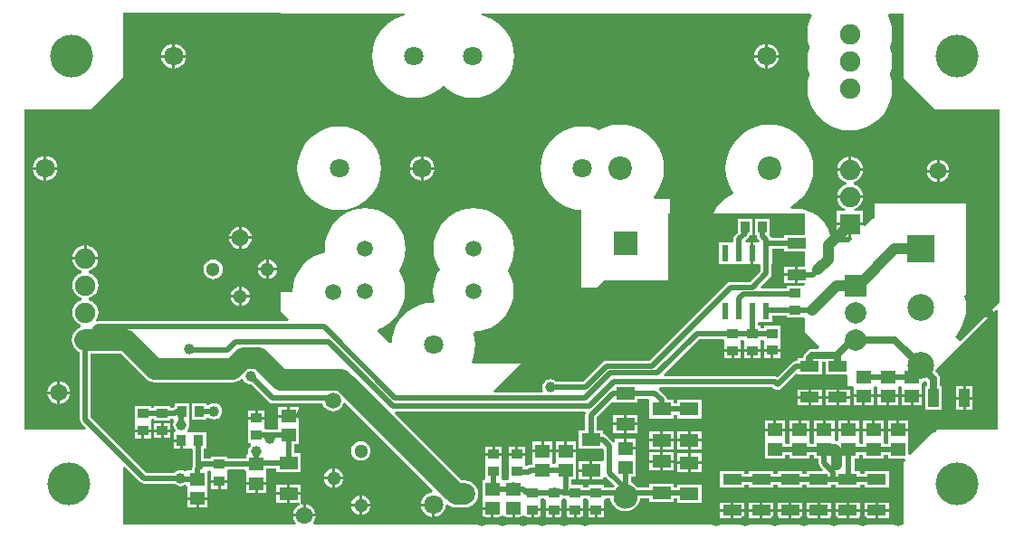
<source format=gbl>
G04*
G04 #@! TF.GenerationSoftware,Altium Limited,Altium Designer,18.0.12 (696)*
G04*
G04 Layer_Physical_Order=4*
G04 Layer_Color=16711680*
%FSLAX44Y44*%
%MOMM*%
G71*
G01*
G75*
%ADD31R,0.8500X1.0000*%
%ADD32R,1.0000X0.8500*%
%ADD33R,0.9500X1.0000*%
%ADD34R,1.0000X1.7500*%
%ADD36R,1.0000X0.9500*%
%ADD38C,0.5000*%
%ADD39C,2.0000*%
%ADD40C,1.0000*%
%ADD42C,0.7000*%
%ADD43C,1.8000*%
%ADD44C,1.3000*%
%ADD45C,1.5000*%
%ADD46C,1.6000*%
%ADD47C,1.9000*%
%ADD48C,2.0000*%
%ADD49R,2.0000X2.0000*%
%ADD50R,2.5000X2.5000*%
%ADD51C,2.5000*%
%ADD52R,1.9000X1.9000*%
%ADD53R,2.3000X2.3000*%
%ADD54C,2.3000*%
%ADD55C,2.2000*%
%ADD56C,4.0000*%
%ADD57C,1.0000*%
%ADD58R,1.7500X1.0000*%
%ADD59R,0.6000X1.5500*%
%ADD60R,1.4000X1.2000*%
%ADD61R,1.8000X1.2000*%
G36*
X1818710Y676960D02*
X1838076D01*
Y663040D01*
X1831270D01*
Y655500D01*
Y647960D01*
X1838076D01*
Y645765D01*
X1836497Y644747D01*
X1821418D01*
Y642139D01*
X1797019D01*
X1796254Y643987D01*
X1805184Y652916D01*
X1806298Y654584D01*
X1806689Y656550D01*
Y665253D01*
X1807090D01*
Y679361D01*
X1818710D01*
Y676960D01*
D02*
G37*
G36*
X1821418Y615168D02*
X1836497D01*
X1838076Y614150D01*
Y601130D01*
X1851200Y588006D01*
X1850435Y586158D01*
X1845000D01*
X1842643Y585690D01*
X1840645Y584355D01*
X1838145Y581855D01*
X1836810Y579857D01*
X1836342Y577500D01*
X1834394Y577040D01*
X1831295D01*
Y574639D01*
X1829500D01*
X1827534Y574248D01*
X1825866Y573134D01*
X1812274Y559542D01*
X1811967Y559748D01*
X1810000Y560139D01*
X1706711D01*
X1705946Y561987D01*
X1739321Y595361D01*
X1761296D01*
X1762710Y593947D01*
X1762710Y591540D01*
X1762710Y590960D01*
Y585520D01*
X1770250D01*
X1777790D01*
Y590960D01*
X1777790Y591540D01*
Y593111D01*
X1778253Y594007D01*
X1780610Y594297D01*
X1781210Y593697D01*
X1781210Y591540D01*
X1781210Y590960D01*
Y585520D01*
X1788750D01*
X1796290D01*
Y590960D01*
X1796290Y591540D01*
Y593111D01*
X1796753Y594007D01*
X1799110Y594297D01*
X1799710Y593697D01*
X1799710Y591790D01*
X1799710Y591210D01*
Y585770D01*
X1807250D01*
X1814790D01*
Y591210D01*
X1814790Y591790D01*
Y593210D01*
X1814790Y593790D01*
Y607790D01*
X1799710D01*
Y605389D01*
X1796290D01*
Y607540D01*
X1793989D01*
Y609419D01*
X1794390Y611253D01*
X1796010D01*
Y611253D01*
X1807090D01*
Y616861D01*
X1821418D01*
Y615168D01*
D02*
G37*
G36*
X1348076Y900000D02*
X1463482D01*
X1463719Y898000D01*
X1460411Y897206D01*
X1454740Y894857D01*
X1449505Y891649D01*
X1444838Y887662D01*
X1440851Y882995D01*
X1437643Y877760D01*
X1435294Y872089D01*
X1433861Y866120D01*
X1433379Y860000D01*
X1433861Y853880D01*
X1435294Y847911D01*
X1437643Y842240D01*
X1440851Y837005D01*
X1444838Y832338D01*
X1449505Y828351D01*
X1454740Y825143D01*
X1460411Y822794D01*
X1466380Y821361D01*
X1472500Y820879D01*
X1478620Y821361D01*
X1484589Y822794D01*
X1490260Y825143D01*
X1495495Y828351D01*
X1499772Y832004D01*
X1504049Y828351D01*
X1509283Y825143D01*
X1514955Y822794D01*
X1520924Y821361D01*
X1527044Y820879D01*
X1533163Y821361D01*
X1539133Y822794D01*
X1544804Y825143D01*
X1550038Y828351D01*
X1554706Y832338D01*
X1558693Y837005D01*
X1561900Y842240D01*
X1564249Y847911D01*
X1565683Y853880D01*
X1566164Y860000D01*
X1565683Y866120D01*
X1564249Y872089D01*
X1561900Y877760D01*
X1558693Y882995D01*
X1554706Y887662D01*
X1550038Y891649D01*
X1544804Y894857D01*
X1539133Y897206D01*
X1535825Y898000D01*
X1536061Y900000D01*
X1843295Y900000D01*
X1844370Y898000D01*
X1842317Y893044D01*
X1840866Y886998D01*
X1840378Y880800D01*
X1840866Y874602D01*
X1842317Y868556D01*
X1842506Y868100D01*
X1842317Y867644D01*
X1840866Y861598D01*
X1840378Y855400D01*
X1840866Y849202D01*
X1842317Y843156D01*
X1842506Y842700D01*
X1842317Y842244D01*
X1840866Y836198D01*
X1840378Y830000D01*
X1840866Y823802D01*
X1842317Y817756D01*
X1844696Y812012D01*
X1847945Y806711D01*
X1851983Y801983D01*
X1856711Y797945D01*
X1862012Y794697D01*
X1867756Y792317D01*
X1873802Y790866D01*
X1880000Y790378D01*
X1886198Y790866D01*
X1892244Y792317D01*
X1897988Y794697D01*
X1903289Y797945D01*
X1908017Y801983D01*
X1912055Y806711D01*
X1915304Y812012D01*
X1917683Y817756D01*
X1919134Y823802D01*
X1919622Y830000D01*
X1919134Y836198D01*
X1917683Y842244D01*
X1917494Y842700D01*
X1917683Y843156D01*
X1919134Y849202D01*
X1919622Y855400D01*
X1919134Y861598D01*
X1917683Y867644D01*
X1917494Y868100D01*
X1917683Y868556D01*
X1919134Y874602D01*
X1919622Y880800D01*
X1919134Y886998D01*
X1917683Y893044D01*
X1915630Y898000D01*
X1916705Y900000D01*
X1930000D01*
Y861636D01*
X1929893Y860000D01*
X1930000Y858364D01*
Y840000D01*
X1939731Y830269D01*
X1940247Y829497D01*
X1944569Y824569D01*
X1949497Y820247D01*
X1950269Y819731D01*
X1960000Y810000D01*
X1978362D01*
X1980000Y809893D01*
X1981638Y810000D01*
X2020000D01*
Y630000D01*
X1983537Y593537D01*
X1981546Y593733D01*
X1979812Y596328D01*
X1978609Y597700D01*
X1979812Y599072D01*
X1982908Y603704D01*
X1985372Y608701D01*
X1987162Y613977D01*
X1988249Y619441D01*
X1988614Y625000D01*
X1988249Y630559D01*
X1987346Y635100D01*
X1988523Y637100D01*
X1988522D01*
Y722100D01*
X1903523D01*
Y709251D01*
X1901486Y708003D01*
X1897297Y704425D01*
X1893888Y701016D01*
X1892163Y701730D01*
X1881270D01*
Y690837D01*
X1881984Y689112D01*
X1878272Y685400D01*
X1862530D01*
X1862199Y689600D01*
X1861005Y694574D01*
X1859047Y699300D01*
X1856374Y703662D01*
X1853052Y707552D01*
X1849162Y710874D01*
X1844800Y713547D01*
X1840074Y715505D01*
X1835100Y716699D01*
X1830000Y717101D01*
X1825638D01*
X1824501Y718956D01*
X1829024Y721728D01*
X1833931Y725919D01*
X1838122Y730826D01*
X1841494Y736329D01*
X1843964Y742291D01*
X1845470Y748566D01*
X1845977Y755000D01*
X1845470Y761434D01*
X1843964Y767709D01*
X1841494Y773671D01*
X1838122Y779174D01*
X1833931Y784081D01*
X1829024Y788272D01*
X1823521Y791644D01*
X1817559Y794114D01*
X1811284Y795620D01*
X1804850Y796127D01*
X1798416Y795620D01*
X1792141Y794114D01*
X1786179Y791644D01*
X1780676Y788272D01*
X1775769Y784081D01*
X1771578Y779174D01*
X1768206Y773671D01*
X1765736Y767709D01*
X1764230Y761434D01*
X1763723Y755000D01*
X1764230Y748566D01*
X1765736Y742291D01*
X1768206Y736329D01*
X1770756Y732167D01*
X1770138Y730265D01*
X1767200Y729047D01*
X1762838Y726374D01*
X1758948Y723052D01*
X1755626Y719162D01*
X1752953Y714800D01*
X1752207Y713000D01*
X1838076D01*
Y692040D01*
X1818710D01*
Y689639D01*
X1806452D01*
X1806298Y690416D01*
X1805184Y692084D01*
X1804790Y692477D01*
Y707540D01*
X1791210D01*
Y692460D01*
X1792861D01*
Y692000D01*
X1793252Y690033D01*
X1794366Y688366D01*
X1795225Y687507D01*
X1795249Y687456D01*
X1794072Y685833D01*
X1790120D01*
Y675543D01*
Y665253D01*
X1794010D01*
X1794390Y665253D01*
X1796010D01*
X1796411Y664851D01*
Y658679D01*
X1786371Y648639D01*
X1768294D01*
X1766327Y648248D01*
X1764660Y647134D01*
X1692665Y575139D01*
X1652923D01*
X1650956Y574748D01*
X1649289Y573634D01*
X1630794Y555139D01*
X1605561D01*
X1605378Y555378D01*
X1603802Y556586D01*
X1601968Y557346D01*
X1600000Y557605D01*
X1598032Y557346D01*
X1596198Y556586D01*
X1594622Y555378D01*
X1593414Y553802D01*
X1592654Y551968D01*
X1592395Y550000D01*
X1592654Y548032D01*
X1593040Y547099D01*
X1591899Y545099D01*
X1547712D01*
X1546947Y546946D01*
X1572560Y572561D01*
X1527247D01*
X1526136Y574223D01*
X1527663Y577911D01*
X1529096Y583880D01*
X1529578Y590000D01*
X1529096Y596120D01*
X1528069Y600400D01*
X1529618Y602516D01*
X1533826Y602847D01*
X1539565Y604225D01*
X1545019Y606484D01*
X1550052Y609568D01*
X1554540Y613401D01*
X1558373Y617890D01*
X1561458Y622923D01*
X1563716Y628376D01*
X1565094Y634116D01*
X1565557Y640000D01*
X1565094Y645884D01*
X1563716Y651624D01*
X1561458Y657077D01*
X1559846Y659707D01*
X1561816Y662923D01*
X1564075Y668376D01*
X1565453Y674116D01*
X1565916Y680000D01*
X1565453Y685884D01*
X1564075Y691624D01*
X1561816Y697077D01*
X1558732Y702110D01*
X1554899Y706599D01*
X1550410Y710432D01*
X1545377Y713516D01*
X1539924Y715775D01*
X1534184Y717153D01*
X1528300Y717616D01*
X1522416Y717153D01*
X1516676Y715775D01*
X1511223Y713516D01*
X1506190Y710432D01*
X1501702Y706599D01*
X1497868Y702110D01*
X1494784Y697077D01*
X1492525Y691624D01*
X1491147Y685884D01*
X1490684Y680000D01*
X1491147Y674116D01*
X1492525Y668376D01*
X1494784Y662923D01*
X1496396Y660293D01*
X1494425Y657077D01*
X1492167Y651624D01*
X1490789Y645884D01*
X1490325Y640000D01*
X1490789Y634116D01*
X1491611Y630689D01*
X1489941Y629080D01*
X1484338Y628639D01*
X1478369Y627206D01*
X1472697Y624857D01*
X1467463Y621649D01*
X1462795Y617662D01*
X1458808Y612994D01*
X1455601Y607760D01*
X1453252Y602089D01*
X1451819Y596120D01*
X1451501Y592082D01*
X1449435Y591319D01*
X1438376Y602377D01*
X1438949Y604633D01*
X1443419Y606484D01*
X1448452Y609568D01*
X1452940Y613401D01*
X1456773Y617890D01*
X1459857Y622923D01*
X1462116Y628376D01*
X1463494Y634116D01*
X1463957Y640000D01*
X1463494Y645884D01*
X1462116Y651624D01*
X1459857Y657077D01*
X1458246Y659707D01*
X1460216Y662923D01*
X1462475Y668376D01*
X1463853Y674116D01*
X1464316Y680000D01*
X1463853Y685884D01*
X1462475Y691624D01*
X1460216Y697077D01*
X1457132Y702110D01*
X1453298Y706599D01*
X1448810Y710432D01*
X1443777Y713516D01*
X1438324Y715775D01*
X1432584Y717153D01*
X1426700Y717616D01*
X1420816Y717153D01*
X1415076Y715775D01*
X1409623Y713516D01*
X1404590Y710432D01*
X1400101Y706599D01*
X1396268Y702110D01*
X1393184Y697077D01*
X1390925Y691624D01*
X1389547Y685884D01*
X1389084Y680000D01*
X1389386Y676158D01*
X1384876Y675075D01*
X1379423Y672816D01*
X1374390Y669732D01*
X1369901Y665899D01*
X1366068Y661410D01*
X1362984Y656377D01*
X1360725Y650924D01*
X1359347Y645184D01*
X1358884Y639300D01*
X1358792Y639200D01*
X1348076D01*
Y621130D01*
X1355620Y613587D01*
X1354854Y611739D01*
X1177000D01*
X1176242Y611588D01*
X1175114Y613403D01*
X1175517Y613928D01*
X1176730Y616857D01*
X1177144Y620000D01*
X1176730Y623143D01*
X1175517Y626072D01*
X1173587Y628587D01*
X1171072Y630517D01*
X1168580Y631549D01*
X1168354Y632700D01*
X1168580Y633851D01*
X1171072Y634883D01*
X1173587Y636813D01*
X1175517Y639328D01*
X1176730Y642257D01*
X1177144Y645400D01*
X1176730Y648543D01*
X1175517Y651472D01*
X1173587Y653987D01*
X1171072Y655917D01*
X1168580Y656949D01*
X1168353Y658100D01*
X1168580Y659251D01*
X1171072Y660283D01*
X1173587Y662213D01*
X1175517Y664728D01*
X1176730Y667657D01*
X1176977Y669530D01*
X1165000D01*
X1153023D01*
X1153270Y667657D01*
X1154483Y664728D01*
X1156413Y662213D01*
X1158928Y660283D01*
X1161420Y659251D01*
X1161647Y658100D01*
X1161420Y656949D01*
X1158928Y655917D01*
X1156413Y653987D01*
X1154483Y651472D01*
X1153270Y648543D01*
X1152856Y645400D01*
X1153270Y642257D01*
X1154483Y639328D01*
X1156413Y636813D01*
X1158928Y634883D01*
X1161420Y633851D01*
X1161646Y632700D01*
X1161420Y631549D01*
X1158928Y630517D01*
X1156413Y628587D01*
X1154483Y626072D01*
X1153270Y623143D01*
X1152856Y620000D01*
X1153270Y616857D01*
X1154483Y613928D01*
X1156413Y611413D01*
X1158928Y609483D01*
X1160932Y608653D01*
Y606488D01*
X1158676Y605554D01*
X1156056Y603544D01*
X1154046Y600924D01*
X1152783Y597874D01*
X1152352Y594600D01*
X1152783Y591326D01*
X1154046Y588276D01*
X1156056Y585656D01*
X1158676Y583646D01*
X1159861Y583155D01*
Y520000D01*
X1160252Y518033D01*
X1161366Y516366D01*
X1165885Y511848D01*
X1165120Y510000D01*
X1108076D01*
Y810000D01*
X1170000D01*
X1200000Y840000D01*
Y901130D01*
X1348076D01*
Y900000D01*
D02*
G37*
G36*
X2018076Y621762D02*
Y510000D01*
X1960000D01*
X1936388Y486388D01*
X1934540Y487153D01*
Y499460D01*
X1934540Y500540D01*
X1934540Y502540D01*
Y508730D01*
X1925000D01*
X1915460D01*
Y502540D01*
X1915460Y501460D01*
X1915460Y499460D01*
Y497139D01*
X1912954D01*
X1911540Y498553D01*
X1911540Y500540D01*
X1911540Y502540D01*
Y508730D01*
X1902000D01*
X1892460D01*
Y502540D01*
X1892460Y501460D01*
X1892460Y499460D01*
Y497139D01*
X1889954D01*
X1888540Y498553D01*
X1888540Y500540D01*
X1888540Y502540D01*
Y508730D01*
X1879000D01*
X1869460D01*
Y502540D01*
X1869460Y500540D01*
X1868948Y500042D01*
X1867675Y499443D01*
X1865715Y500165D01*
X1865540Y501460D01*
X1865540Y502540D01*
Y508730D01*
X1856000D01*
X1846460D01*
Y502540D01*
X1846460Y501460D01*
X1846460Y499460D01*
Y497139D01*
X1843954D01*
X1842540Y498553D01*
X1842540Y500540D01*
X1842540Y502540D01*
Y508730D01*
X1833000D01*
X1823460D01*
Y502540D01*
X1823460Y501460D01*
X1823460Y499460D01*
Y497139D01*
X1820954D01*
X1819540Y498553D01*
X1819540Y500540D01*
X1819540Y502540D01*
Y508730D01*
X1810000D01*
X1800460D01*
Y502540D01*
X1800460Y501460D01*
X1800460Y499460D01*
Y483460D01*
X1819540D01*
Y486861D01*
X1823460D01*
Y483460D01*
X1842540D01*
Y486861D01*
X1846460D01*
Y483460D01*
X1850861D01*
Y479000D01*
X1851252Y477034D01*
X1852366Y475366D01*
X1854637Y473095D01*
X1853872Y471247D01*
X1839710D01*
Y468846D01*
X1835290D01*
Y471247D01*
X1812710D01*
Y468846D01*
X1808290D01*
Y471247D01*
X1785710D01*
Y468846D01*
X1781290D01*
Y471247D01*
X1758710D01*
Y456167D01*
X1781290D01*
Y458569D01*
X1785710D01*
Y456167D01*
X1808290D01*
Y458569D01*
X1812710D01*
Y456167D01*
X1835290D01*
Y458569D01*
X1839710D01*
Y456167D01*
X1862290D01*
Y458569D01*
X1866710D01*
Y456167D01*
X1889290D01*
Y458569D01*
X1893710D01*
Y456167D01*
X1916290D01*
Y471247D01*
X1893710D01*
Y468846D01*
X1889290D01*
Y471247D01*
X1884139D01*
Y483460D01*
X1888540D01*
Y486861D01*
X1892460D01*
Y483460D01*
X1911540D01*
Y486861D01*
X1915460D01*
Y483460D01*
X1930847D01*
X1931612Y481612D01*
X1930000Y480000D01*
Y421130D01*
X1378870D01*
X1378014Y423130D01*
X1379207Y424684D01*
X1380269Y427248D01*
X1380464Y428730D01*
X1359536D01*
X1359731Y427248D01*
X1360793Y424684D01*
X1361986Y423130D01*
X1361130Y421130D01*
X1200000D01*
Y475120D01*
X1201848Y475885D01*
X1216366Y461366D01*
X1218034Y460252D01*
X1220000Y459861D01*
X1248439D01*
X1248622Y459622D01*
X1250198Y458414D01*
X1252032Y457654D01*
X1254000Y457395D01*
X1255968Y457654D01*
X1257803Y458414D01*
X1258386Y458861D01*
X1259046D01*
X1260460Y457447D01*
X1260460Y455460D01*
X1260460Y453460D01*
Y447270D01*
X1279540D01*
Y453460D01*
X1279540Y454540D01*
X1279540Y456540D01*
Y471275D01*
X1281540Y472267D01*
X1282727Y471541D01*
X1282753Y471516D01*
X1282753Y469290D01*
X1282753Y468710D01*
Y463270D01*
X1290293D01*
X1297832D01*
Y468710D01*
X1297833Y469290D01*
Y470861D01*
X1298868Y472861D01*
X1314046D01*
X1315460Y471447D01*
X1315460Y469460D01*
X1315460Y467460D01*
Y461270D01*
X1334540D01*
Y467460D01*
X1334540Y468540D01*
X1334540Y470540D01*
Y474361D01*
X1343460D01*
Y470960D01*
X1366540D01*
Y488040D01*
X1360139D01*
Y496460D01*
X1364540D01*
Y512460D01*
X1364540Y513540D01*
X1364540Y515540D01*
Y521730D01*
X1355000D01*
X1345460D01*
Y515540D01*
X1345460Y514460D01*
X1345460Y512460D01*
Y510139D01*
X1333954D01*
X1332540Y511553D01*
X1332540Y513710D01*
X1332540Y514290D01*
Y519730D01*
X1325000D01*
X1317460D01*
Y514290D01*
X1317460Y513710D01*
Y512290D01*
X1317460Y511710D01*
Y497710D01*
X1319377D01*
X1320056Y495710D01*
X1319622Y495378D01*
X1318414Y493802D01*
X1317654Y491968D01*
X1317395Y490000D01*
X1317587Y488540D01*
X1316382Y486540D01*
X1315460D01*
Y483139D01*
X1297832D01*
Y485290D01*
X1282753D01*
Y483139D01*
X1276054D01*
Y492460D01*
X1278205D01*
Y507540D01*
X1264205D01*
X1263625Y507540D01*
X1262205D01*
X1261625Y507540D01*
X1260949D01*
X1260270Y509540D01*
X1260378Y509622D01*
X1261586Y511198D01*
X1262346Y513032D01*
X1262605Y515000D01*
X1262346Y516968D01*
X1261935Y517960D01*
X1262205Y519960D01*
X1262205D01*
Y535040D01*
X1248625D01*
Y532266D01*
X1248533Y532248D01*
X1246866Y531134D01*
X1246412Y530680D01*
X1244412Y530738D01*
Y532290D01*
X1229333D01*
Y530639D01*
X1226370D01*
Y532790D01*
X1211290D01*
Y518790D01*
X1211290Y518210D01*
Y516790D01*
X1211290Y516210D01*
Y510770D01*
X1218830D01*
X1226370D01*
Y516210D01*
X1226370Y516790D01*
Y518361D01*
X1227405Y520361D01*
X1229333D01*
Y518710D01*
X1244412D01*
Y520361D01*
X1247089D01*
X1247644Y519708D01*
X1248212Y518404D01*
X1248147Y518158D01*
X1247654Y516968D01*
X1247395Y515000D01*
X1247654Y513032D01*
X1248414Y511198D01*
X1249622Y509622D01*
X1249730Y509540D01*
X1249051Y507540D01*
X1247625D01*
Y501270D01*
X1254915D01*
Y500000D01*
X1256185D01*
Y492460D01*
X1261625D01*
X1262205Y492460D01*
X1263776D01*
X1265776Y491425D01*
Y477085D01*
X1265827Y476827D01*
X1265252Y475966D01*
X1264861Y474000D01*
Y472540D01*
X1260460D01*
Y472068D01*
X1258460Y471082D01*
X1257803Y471586D01*
X1255968Y472346D01*
X1254000Y472605D01*
X1252032Y472346D01*
X1250198Y471586D01*
X1248622Y470378D01*
X1248439Y470139D01*
X1222129D01*
X1170139Y522128D01*
Y581952D01*
X1197661D01*
X1221291Y558322D01*
X1221291Y558322D01*
X1223911Y556312D01*
X1226961Y555048D01*
X1230235Y554617D01*
X1230235Y554617D01*
X1302460D01*
X1302460Y554617D01*
X1305734Y555048D01*
X1308784Y556312D01*
X1310676Y557763D01*
X1311016Y557809D01*
X1312680Y557380D01*
X1313031Y557121D01*
X1313414Y556198D01*
X1314622Y554622D01*
X1316198Y553414D01*
X1318032Y552654D01*
X1320000Y552395D01*
X1320298Y552434D01*
X1336366Y536366D01*
X1338033Y535252D01*
X1340000Y534861D01*
X1386809D01*
X1387730Y532637D01*
X1389339Y530539D01*
X1391437Y528930D01*
X1393879Y527918D01*
X1396500Y527573D01*
X1399121Y527918D01*
X1401563Y528930D01*
X1403661Y530539D01*
X1405270Y532637D01*
X1406194Y534868D01*
X1407684Y535555D01*
X1408170Y535720D01*
X1490293Y453596D01*
X1489542Y451519D01*
X1487445Y451243D01*
X1484638Y450080D01*
X1482227Y448230D01*
X1480377Y445820D01*
X1479214Y443013D01*
X1478985Y441270D01*
X1490457D01*
Y440000D01*
X1491727D01*
Y428528D01*
X1493470Y428757D01*
X1496277Y429920D01*
X1498688Y431770D01*
X1500538Y434180D01*
X1501700Y436987D01*
X1501989Y439183D01*
X1503798Y440111D01*
X1504044Y440127D01*
X1505453Y439046D01*
X1508504Y437783D01*
X1511777Y437352D01*
X1511777Y437352D01*
X1520000D01*
X1523274Y437783D01*
X1526324Y439046D01*
X1528944Y441056D01*
X1530954Y443676D01*
X1532217Y446726D01*
X1532648Y450000D01*
X1532217Y453274D01*
X1530954Y456324D01*
X1528944Y458944D01*
X1526324Y460954D01*
X1523274Y462217D01*
X1520000Y462648D01*
X1517016D01*
X1454303Y525361D01*
X1455132Y527361D01*
X1631879D01*
X1632932Y525361D01*
X1632611Y523750D01*
Y509790D01*
X1626210D01*
Y492710D01*
X1649290D01*
X1649861Y490947D01*
Y482553D01*
X1649290Y480790D01*
X1647861Y480790D01*
X1639020D01*
Y472250D01*
Y463710D01*
X1649290D01*
Y465874D01*
X1651290Y466481D01*
X1651366Y466366D01*
X1659867Y457866D01*
X1658702Y456346D01*
X1650290D01*
Y458498D01*
X1635210D01*
Y456346D01*
X1630448D01*
Y458498D01*
X1619389D01*
Y463960D01*
X1623790D01*
Y479960D01*
X1623790Y481040D01*
X1623790Y483040D01*
Y489230D01*
X1614250D01*
X1604710D01*
Y483040D01*
X1604710Y481960D01*
X1604710Y479211D01*
X1602710Y478383D01*
X1602040Y479053D01*
X1602040Y481040D01*
X1602040Y483040D01*
Y489230D01*
X1592500D01*
X1582960D01*
Y483040D01*
X1582960Y481960D01*
X1582960Y479960D01*
Y477639D01*
X1581500D01*
X1579534Y477248D01*
X1578040Y476250D01*
X1576996Y476498D01*
X1576040Y476899D01*
X1576040Y479960D01*
X1576040Y480540D01*
Y485980D01*
X1568500D01*
X1560960D01*
Y480540D01*
X1560960Y479960D01*
Y478540D01*
X1560960Y477960D01*
Y463960D01*
X1559359Y462998D01*
X1556090D01*
Y462998D01*
X1555891D01*
X1554290Y464568D01*
Y477960D01*
X1554290Y478540D01*
Y479960D01*
X1554290Y480540D01*
Y485980D01*
X1546750D01*
X1539210D01*
Y480540D01*
X1539210Y479960D01*
Y478540D01*
X1539210Y477960D01*
Y463960D01*
X1537609Y462998D01*
X1536247D01*
Y446997D01*
X1536247Y445918D01*
X1536247Y443918D01*
Y437728D01*
X1545787D01*
Y436457D01*
X1547057D01*
Y427918D01*
X1554090D01*
X1555327Y427918D01*
X1557327Y427918D01*
X1564360D01*
Y436457D01*
X1566900D01*
Y427918D01*
X1573682D01*
X1575682Y427917D01*
X1577170Y427918D01*
X1581952D01*
Y435207D01*
X1583222D01*
Y436478D01*
X1590762D01*
Y441917D01*
X1590762Y442497D01*
Y444069D01*
X1591797Y446069D01*
X1594111D01*
X1595525Y444655D01*
X1595525Y442497D01*
X1595525Y441917D01*
Y436478D01*
X1603065D01*
X1610605D01*
Y441917D01*
X1610605Y442497D01*
Y443918D01*
X1610605Y444595D01*
X1611373Y445410D01*
X1612605Y446098D01*
X1612750Y446069D01*
X1613953D01*
X1615367Y444655D01*
X1615367Y442497D01*
X1615367Y441917D01*
Y436478D01*
X1622908D01*
X1630448D01*
Y441917D01*
X1630448Y442497D01*
Y444069D01*
X1631483Y446069D01*
X1633796D01*
X1635210Y444655D01*
X1635210Y442497D01*
X1635210Y441917D01*
Y436477D01*
X1642750D01*
X1650290D01*
Y441917D01*
X1650290Y442497D01*
Y444069D01*
X1651325Y446069D01*
X1656093D01*
X1656321Y444335D01*
X1657736Y440919D01*
X1659987Y437987D01*
X1662919Y435736D01*
X1666335Y434321D01*
X1670000Y433839D01*
X1673665Y434321D01*
X1677081Y435736D01*
X1680013Y437987D01*
X1682264Y440919D01*
X1683679Y444335D01*
X1683940Y446319D01*
X1692417D01*
Y442918D01*
X1715497D01*
Y446319D01*
X1718460D01*
Y441960D01*
X1741540D01*
Y459040D01*
X1718460D01*
Y456596D01*
X1715497D01*
Y459997D01*
X1692417D01*
Y456596D01*
X1681101D01*
X1680013Y458013D01*
X1677081Y460264D01*
X1675139Y461068D01*
Y466460D01*
X1679540D01*
Y482460D01*
X1679540Y483540D01*
X1679540Y485540D01*
Y491730D01*
X1670000D01*
Y493000D01*
X1668730D01*
Y501540D01*
X1660460D01*
Y499500D01*
X1659188Y498897D01*
X1658460Y498807D01*
X1652384Y504884D01*
X1650717Y505998D01*
X1649290Y506281D01*
Y509790D01*
X1642889D01*
Y521622D01*
X1657588Y536321D01*
X1658460Y535960D01*
Y535960D01*
X1681540D01*
Y539361D01*
X1690965D01*
X1692417Y538040D01*
Y520960D01*
X1715497D01*
Y524361D01*
X1718460D01*
Y520960D01*
X1741540D01*
Y538040D01*
X1718460D01*
Y534639D01*
X1715497D01*
Y538040D01*
X1709096D01*
Y538042D01*
X1708705Y540009D01*
X1707591Y541676D01*
X1701406Y547861D01*
X1701617Y548957D01*
X1702148Y549861D01*
X1807872D01*
X1808866Y548866D01*
X1810533Y547752D01*
X1812500Y547361D01*
X1814467Y547752D01*
X1816134Y548866D01*
X1829833Y562566D01*
X1831295Y561960D01*
Y561960D01*
X1853875D01*
Y573842D01*
X1857338D01*
Y561960D01*
X1877246D01*
X1878076Y561130D01*
Y551130D01*
X1881728D01*
X1883380Y550290D01*
X1883380Y549130D01*
Y543020D01*
X1902460D01*
Y549130D01*
X1902460Y550290D01*
X1904112Y551130D01*
X1904271D01*
X1905923Y550290D01*
X1905923Y549130D01*
Y543020D01*
X1925003D01*
Y549130D01*
X1925003Y550290D01*
X1926655Y551130D01*
X1926813D01*
X1928465Y550290D01*
X1928465Y549130D01*
Y543020D01*
X1947545D01*
Y549210D01*
X1947545Y550290D01*
X1947545Y553844D01*
X1949412Y555712D01*
X1950309Y555984D01*
X1952139Y554531D01*
Y551290D01*
X1950758D01*
Y528710D01*
X1965838D01*
Y551290D01*
X1964456D01*
Y558125D01*
X1963987Y560481D01*
X1962652Y562479D01*
X1960108Y565023D01*
X1960711Y567010D01*
X2016228Y622528D01*
X2018076Y621762D01*
D02*
G37*
%LPC*%
G36*
X1828730Y663040D02*
X1818710D01*
Y656770D01*
X1828730D01*
Y663040D01*
D02*
G37*
G36*
Y654230D02*
X1818710D01*
Y647960D01*
X1828730D01*
Y654230D01*
D02*
G37*
G36*
X1814790Y583230D02*
X1808520D01*
Y577210D01*
X1814790D01*
Y583230D01*
D02*
G37*
G36*
X1805980D02*
X1799710D01*
Y577210D01*
X1805980D01*
Y583230D01*
D02*
G37*
G36*
X1796290Y582980D02*
X1790020D01*
Y576960D01*
X1796290D01*
Y582980D01*
D02*
G37*
G36*
X1787480D02*
X1781210D01*
Y576960D01*
X1787480D01*
Y582980D01*
D02*
G37*
G36*
X1777790Y582980D02*
X1771520D01*
Y576960D01*
X1777790D01*
Y582980D01*
D02*
G37*
G36*
X1768980D02*
X1762710D01*
Y576960D01*
X1768980D01*
Y582980D01*
D02*
G37*
G36*
X1803314Y871472D02*
Y861270D01*
X1813516D01*
X1813286Y863012D01*
X1812124Y865820D01*
X1810274Y868230D01*
X1807863Y870080D01*
X1805056Y871243D01*
X1803314Y871472D01*
D02*
G37*
G36*
X1248770Y871472D02*
Y861270D01*
X1258972D01*
X1258743Y863012D01*
X1257580Y865820D01*
X1255730Y868230D01*
X1253320Y870080D01*
X1250512Y871243D01*
X1248770Y871472D01*
D02*
G37*
G36*
X1246230D02*
X1244488Y871243D01*
X1241680Y870080D01*
X1239270Y868230D01*
X1237420Y865820D01*
X1236257Y863012D01*
X1236028Y861270D01*
X1246230D01*
Y871472D01*
D02*
G37*
G36*
X1800774D02*
X1799031Y871243D01*
X1796224Y870080D01*
X1793813Y868230D01*
X1791963Y865820D01*
X1790801Y863012D01*
X1790571Y861270D01*
X1800774D01*
Y871472D01*
D02*
G37*
G36*
X1813516Y858730D02*
X1803314D01*
Y848528D01*
X1805056Y848757D01*
X1807863Y849920D01*
X1810274Y851770D01*
X1812124Y854180D01*
X1813286Y856988D01*
X1813516Y858730D01*
D02*
G37*
G36*
X1258972D02*
X1248770D01*
Y848528D01*
X1250512Y848757D01*
X1253320Y849920D01*
X1255730Y851770D01*
X1257580Y854180D01*
X1258743Y856988D01*
X1258972Y858730D01*
D02*
G37*
G36*
X1246230D02*
X1236028D01*
X1236257Y856988D01*
X1237420Y854180D01*
X1239270Y851770D01*
X1241680Y849920D01*
X1244488Y848757D01*
X1246230Y848528D01*
Y858730D01*
D02*
G37*
G36*
X1800774D02*
X1790571D01*
X1790801Y856988D01*
X1791963Y854180D01*
X1793813Y851770D01*
X1796224Y849920D01*
X1799031Y848757D01*
X1800774Y848528D01*
Y858730D01*
D02*
G37*
G36*
X1665150Y796127D02*
X1658716Y795620D01*
X1652441Y794114D01*
X1646479Y791644D01*
X1645255Y790894D01*
X1642089Y792206D01*
X1636120Y793639D01*
X1630000Y794121D01*
X1623880Y793639D01*
X1617911Y792206D01*
X1612240Y789857D01*
X1607005Y786649D01*
X1602338Y782662D01*
X1598351Y777995D01*
X1595143Y772760D01*
X1592794Y767089D01*
X1591361Y761120D01*
X1590879Y755000D01*
X1591361Y748880D01*
X1592794Y742911D01*
X1595143Y737240D01*
X1598351Y732005D01*
X1602338Y727338D01*
X1607005Y723351D01*
X1612240Y720143D01*
X1617911Y717794D01*
X1623880Y716361D01*
X1628500Y715997D01*
Y643500D01*
X1643500D01*
X1650000Y650000D01*
X1710000D01*
Y713000D01*
X1711500D01*
Y726500D01*
X1697116D01*
X1696279Y728316D01*
X1698422Y730826D01*
X1701794Y736329D01*
X1704264Y742291D01*
X1705770Y748566D01*
X1706277Y755000D01*
X1705770Y761434D01*
X1704264Y767709D01*
X1701794Y773671D01*
X1698422Y779174D01*
X1694231Y784081D01*
X1689324Y788272D01*
X1683821Y791644D01*
X1677859Y794114D01*
X1671584Y795620D01*
X1665150Y796127D01*
D02*
G37*
G36*
X1481270Y766472D02*
Y756270D01*
X1491472D01*
X1491243Y758012D01*
X1490080Y760820D01*
X1488230Y763230D01*
X1485820Y765080D01*
X1483013Y766243D01*
X1481270Y766472D01*
D02*
G37*
G36*
X1478730D02*
X1476987Y766243D01*
X1474180Y765080D01*
X1471770Y763230D01*
X1469920Y760820D01*
X1468757Y758012D01*
X1468528Y756270D01*
X1478730D01*
Y766472D01*
D02*
G37*
G36*
X1128770D02*
Y756270D01*
X1138972D01*
X1138743Y758012D01*
X1137580Y760820D01*
X1135730Y763230D01*
X1133320Y765080D01*
X1130512Y766243D01*
X1128770Y766472D01*
D02*
G37*
G36*
X1126230D02*
X1124488Y766243D01*
X1121680Y765080D01*
X1119270Y763230D01*
X1117420Y760820D01*
X1116257Y758012D01*
X1116028Y756270D01*
X1126230D01*
Y766472D01*
D02*
G37*
G36*
X1881270Y765777D02*
Y755070D01*
X1891977D01*
X1891730Y756943D01*
X1890517Y759872D01*
X1888587Y762387D01*
X1886072Y764317D01*
X1883143Y765530D01*
X1881270Y765777D01*
D02*
G37*
G36*
X1878730Y765777D02*
X1876857Y765530D01*
X1873928Y764317D01*
X1871413Y762387D01*
X1869483Y759872D01*
X1868270Y756943D01*
X1868023Y755070D01*
X1878730D01*
Y765777D01*
D02*
G37*
G36*
X1963770Y762964D02*
Y753770D01*
X1972964D01*
X1972769Y755251D01*
X1971707Y757815D01*
X1970017Y760017D01*
X1967816Y761707D01*
X1965251Y762769D01*
X1963770Y762964D01*
D02*
G37*
G36*
X1961230D02*
X1959749Y762769D01*
X1957185Y761707D01*
X1954983Y760017D01*
X1953293Y757815D01*
X1952231Y755251D01*
X1952036Y753770D01*
X1961230D01*
Y762964D01*
D02*
G37*
G36*
X1491472Y753730D02*
X1481270D01*
Y743528D01*
X1483013Y743757D01*
X1485820Y744920D01*
X1488230Y746770D01*
X1490080Y749180D01*
X1491243Y751987D01*
X1491472Y753730D01*
D02*
G37*
G36*
X1478730D02*
X1468528D01*
X1468757Y751987D01*
X1469920Y749180D01*
X1471770Y746770D01*
X1474180Y744920D01*
X1476987Y743757D01*
X1478730Y743528D01*
Y753730D01*
D02*
G37*
G36*
X1138972D02*
X1128770D01*
Y743528D01*
X1130512Y743757D01*
X1133320Y744920D01*
X1135730Y746770D01*
X1137580Y749180D01*
X1138743Y751987D01*
X1138972Y753730D01*
D02*
G37*
G36*
X1126230D02*
X1116028D01*
X1116257Y751987D01*
X1117420Y749180D01*
X1119270Y746770D01*
X1121680Y744920D01*
X1124488Y743757D01*
X1126230Y743528D01*
Y753730D01*
D02*
G37*
G36*
X1972964Y751230D02*
X1963770D01*
Y742036D01*
X1965251Y742231D01*
X1967816Y743293D01*
X1970017Y744983D01*
X1971707Y747185D01*
X1972769Y749749D01*
X1972964Y751230D01*
D02*
G37*
G36*
X1961230D02*
X1952036D01*
X1952231Y749749D01*
X1953293Y747185D01*
X1954983Y744983D01*
X1957185Y743293D01*
X1959749Y742231D01*
X1961230Y742036D01*
Y751230D01*
D02*
G37*
G36*
X1891977Y752530D02*
X1880000D01*
X1868023D01*
X1868270Y750657D01*
X1869483Y747728D01*
X1871413Y745213D01*
X1873928Y743283D01*
X1876420Y742251D01*
X1876646Y741100D01*
X1876420Y739949D01*
X1873928Y738917D01*
X1871413Y736987D01*
X1869483Y734472D01*
X1868270Y731543D01*
X1868023Y729670D01*
X1880000D01*
X1891977D01*
X1891730Y731543D01*
X1890517Y734472D01*
X1888587Y736987D01*
X1886072Y738917D01*
X1883580Y739949D01*
X1883354Y741100D01*
X1883580Y742251D01*
X1886072Y743283D01*
X1888587Y745213D01*
X1890517Y747728D01*
X1891730Y750657D01*
X1891977Y752530D01*
D02*
G37*
G36*
X1402500Y794121D02*
X1396380Y793639D01*
X1390411Y792206D01*
X1384740Y789857D01*
X1379505Y786649D01*
X1374838Y782662D01*
X1370851Y777995D01*
X1367643Y772760D01*
X1365294Y767089D01*
X1363861Y761120D01*
X1363379Y755000D01*
X1363861Y748880D01*
X1365294Y742911D01*
X1367643Y737240D01*
X1370851Y732005D01*
X1374838Y727338D01*
X1379505Y723351D01*
X1384740Y720143D01*
X1390411Y717794D01*
X1396380Y716361D01*
X1402500Y715879D01*
X1408620Y716361D01*
X1414589Y717794D01*
X1420260Y720143D01*
X1425495Y723351D01*
X1430162Y727338D01*
X1434149Y732005D01*
X1437357Y737240D01*
X1439706Y742911D01*
X1441139Y748880D01*
X1441621Y755000D01*
X1441139Y761120D01*
X1439706Y767089D01*
X1437357Y772760D01*
X1434149Y777995D01*
X1430162Y782662D01*
X1425495Y786649D01*
X1420260Y789857D01*
X1414589Y792206D01*
X1408620Y793639D01*
X1402500Y794121D01*
D02*
G37*
G36*
X1891977Y727130D02*
X1880000D01*
X1868023D01*
X1868270Y725257D01*
X1869483Y722328D01*
X1871413Y719813D01*
X1873928Y717883D01*
X1875963Y717040D01*
X1875566Y715040D01*
X1867960D01*
Y704270D01*
X1880000D01*
X1892040D01*
Y715040D01*
X1884434D01*
X1884037Y717040D01*
X1886072Y717883D01*
X1888587Y719813D01*
X1890517Y722328D01*
X1891730Y725257D01*
X1891977Y727130D01*
D02*
G37*
G36*
X1311270Y700464D02*
Y691270D01*
X1320464D01*
X1320269Y692751D01*
X1319207Y695315D01*
X1317517Y697517D01*
X1315316Y699207D01*
X1312751Y700269D01*
X1311270Y700464D01*
D02*
G37*
G36*
X1308730D02*
X1307249Y700269D01*
X1304685Y699207D01*
X1302483Y697517D01*
X1300793Y695315D01*
X1299731Y692751D01*
X1299536Y691270D01*
X1308730D01*
Y700464D01*
D02*
G37*
G36*
X1878730Y701730D02*
X1867960D01*
Y690960D01*
X1878730D01*
Y701730D01*
D02*
G37*
G36*
X1320464Y688730D02*
X1311270D01*
Y679536D01*
X1312751Y679731D01*
X1315316Y680793D01*
X1317517Y682483D01*
X1319207Y684685D01*
X1320269Y687249D01*
X1320464Y688730D01*
D02*
G37*
G36*
X1308730D02*
X1299536D01*
X1299731Y687249D01*
X1300793Y684685D01*
X1302483Y682483D01*
X1304685Y680793D01*
X1307249Y679731D01*
X1308730Y679536D01*
Y688730D01*
D02*
G37*
G36*
X1166270Y682777D02*
Y672070D01*
X1176977D01*
X1176730Y673943D01*
X1175517Y676872D01*
X1173587Y679387D01*
X1171072Y681317D01*
X1168143Y682530D01*
X1166270Y682777D01*
D02*
G37*
G36*
X1163730Y682777D02*
X1161857Y682530D01*
X1158928Y681317D01*
X1156413Y679387D01*
X1154483Y676872D01*
X1153270Y673943D01*
X1153023Y672070D01*
X1163730D01*
Y682777D01*
D02*
G37*
G36*
X1788790Y707540D02*
X1775210D01*
Y694977D01*
X1772516Y692284D01*
X1771402Y690617D01*
X1771011Y688650D01*
Y686234D01*
X1770610Y685833D01*
X1768990D01*
X1768610Y685833D01*
X1757910D01*
Y665253D01*
X1768610D01*
X1768990Y665253D01*
X1770610D01*
X1770990Y665253D01*
X1781310D01*
X1781690Y665253D01*
X1783310D01*
X1783690Y665253D01*
X1787580D01*
Y675543D01*
Y685833D01*
X1783690D01*
X1783442Y685833D01*
X1782251Y687345D01*
X1782333Y687566D01*
X1785634Y690866D01*
X1786698Y692460D01*
X1788790D01*
Y707540D01*
D02*
G37*
G36*
X1336670Y669351D02*
Y661670D01*
X1344351D01*
X1344207Y662760D01*
X1343296Y664959D01*
X1341847Y666847D01*
X1339959Y668296D01*
X1337760Y669207D01*
X1336670Y669351D01*
D02*
G37*
G36*
X1334130D02*
X1333040Y669207D01*
X1330841Y668296D01*
X1328953Y666847D01*
X1327504Y664959D01*
X1326593Y662760D01*
X1326449Y661670D01*
X1334130D01*
Y669351D01*
D02*
G37*
G36*
X1344351Y659130D02*
X1336670D01*
Y651449D01*
X1337760Y651593D01*
X1339959Y652504D01*
X1341847Y653953D01*
X1343296Y655841D01*
X1344207Y658040D01*
X1344351Y659130D01*
D02*
G37*
G36*
X1334130D02*
X1326449D01*
X1326593Y658040D01*
X1327504Y655841D01*
X1328953Y653953D01*
X1330841Y652504D01*
X1333040Y651593D01*
X1334130Y651449D01*
Y659130D01*
D02*
G37*
G36*
X1284600Y669518D02*
X1282240Y669207D01*
X1280041Y668296D01*
X1278153Y666847D01*
X1276704Y664959D01*
X1275793Y662760D01*
X1275482Y660400D01*
X1275793Y658040D01*
X1276704Y655841D01*
X1278153Y653953D01*
X1280041Y652504D01*
X1282240Y651593D01*
X1284600Y651282D01*
X1286960Y651593D01*
X1289159Y652504D01*
X1291047Y653953D01*
X1292496Y655841D01*
X1293407Y658040D01*
X1293718Y660400D01*
X1293407Y662760D01*
X1292496Y664959D01*
X1291047Y666847D01*
X1289159Y668296D01*
X1286960Y669207D01*
X1284600Y669518D01*
D02*
G37*
G36*
X1311270Y643951D02*
Y636270D01*
X1318951D01*
X1318807Y637360D01*
X1317896Y639559D01*
X1316447Y641447D01*
X1314559Y642896D01*
X1312360Y643807D01*
X1311270Y643951D01*
D02*
G37*
G36*
X1308730D02*
X1307640Y643807D01*
X1305441Y642896D01*
X1303553Y641447D01*
X1302104Y639559D01*
X1301193Y637360D01*
X1301049Y636270D01*
X1308730D01*
Y643951D01*
D02*
G37*
G36*
X1318951Y633730D02*
X1311270D01*
Y626049D01*
X1312360Y626193D01*
X1314559Y627104D01*
X1316447Y628553D01*
X1317896Y630441D01*
X1318807Y632640D01*
X1318951Y633730D01*
D02*
G37*
G36*
X1308730D02*
X1301049D01*
X1301193Y632640D01*
X1302104Y630441D01*
X1303553Y628553D01*
X1305441Y627104D01*
X1307640Y626193D01*
X1308730Y626049D01*
Y633730D01*
D02*
G37*
G36*
X1141270Y555464D02*
Y546270D01*
X1150464D01*
X1150269Y547752D01*
X1149207Y550316D01*
X1147517Y552517D01*
X1145315Y554207D01*
X1142751Y555269D01*
X1141270Y555464D01*
D02*
G37*
G36*
X1138730D02*
X1137249Y555269D01*
X1134685Y554207D01*
X1132483Y552517D01*
X1130793Y550316D01*
X1129731Y547752D01*
X1129536Y546270D01*
X1138730D01*
Y555464D01*
D02*
G37*
G36*
X1150464Y543730D02*
X1141270D01*
Y534536D01*
X1142751Y534731D01*
X1145315Y535793D01*
X1147517Y537483D01*
X1149207Y539685D01*
X1150269Y542248D01*
X1150464Y543730D01*
D02*
G37*
G36*
X1138730D02*
X1129536D01*
X1129731Y542248D01*
X1130793Y539685D01*
X1132483Y537483D01*
X1134685Y535793D01*
X1137249Y534731D01*
X1138730Y534536D01*
Y543730D01*
D02*
G37*
G36*
X1879918Y548040D02*
X1869898D01*
Y541770D01*
X1879918D01*
Y548040D01*
D02*
G37*
G36*
X1867358D02*
X1857338D01*
Y541770D01*
X1867358D01*
Y548040D01*
D02*
G37*
G36*
X1853875D02*
X1843855D01*
Y541770D01*
X1853875D01*
Y548040D01*
D02*
G37*
G36*
X1841315D02*
X1831295D01*
Y541770D01*
X1841315D01*
Y548040D01*
D02*
G37*
G36*
X1994838Y551290D02*
X1988568D01*
Y541270D01*
X1994838D01*
Y551290D01*
D02*
G37*
G36*
X1986028D02*
X1979758D01*
Y541270D01*
X1986028D01*
Y551290D01*
D02*
G37*
G36*
X1947545Y540480D02*
X1939275D01*
Y533210D01*
X1947545D01*
Y540480D01*
D02*
G37*
G36*
X1936735D02*
X1928465D01*
Y533210D01*
X1936735D01*
Y540480D01*
D02*
G37*
G36*
X1925003D02*
X1916733D01*
Y533210D01*
X1925003D01*
Y540480D01*
D02*
G37*
G36*
X1914193D02*
X1905923D01*
Y533210D01*
X1914193D01*
Y540480D01*
D02*
G37*
G36*
X1902460D02*
X1894190D01*
Y533210D01*
X1902460D01*
Y540480D01*
D02*
G37*
G36*
X1891650D02*
X1883380D01*
Y533210D01*
X1891650D01*
Y540480D01*
D02*
G37*
G36*
X1879918Y539230D02*
X1869898D01*
Y532960D01*
X1879918D01*
Y539230D01*
D02*
G37*
G36*
X1867358D02*
X1857338D01*
Y532960D01*
X1867358D01*
Y539230D01*
D02*
G37*
G36*
X1853875D02*
X1843855D01*
Y532960D01*
X1853875D01*
Y539230D01*
D02*
G37*
G36*
X1841315D02*
X1831295D01*
Y532960D01*
X1841315D01*
Y539230D01*
D02*
G37*
G36*
X1285500Y535105D02*
X1283532Y534846D01*
X1281698Y534086D01*
X1280205Y532941D01*
X1279000Y533128D01*
X1278205Y533306D01*
Y535040D01*
X1264625D01*
Y519960D01*
X1278205D01*
Y521694D01*
X1279000Y521872D01*
X1280205Y522059D01*
X1281698Y520914D01*
X1283532Y520154D01*
X1285500Y519895D01*
X1287468Y520154D01*
X1289303Y520914D01*
X1290878Y522122D01*
X1292086Y523698D01*
X1292846Y525532D01*
X1293105Y527500D01*
X1292846Y529468D01*
X1292086Y531302D01*
X1290878Y532878D01*
X1289303Y534086D01*
X1287468Y534846D01*
X1285500Y535105D01*
D02*
G37*
G36*
X1994838Y538730D02*
X1988568D01*
Y528710D01*
X1994838D01*
Y538730D01*
D02*
G37*
G36*
X1986028D02*
X1979758D01*
Y528710D01*
X1986028D01*
Y538730D01*
D02*
G37*
G36*
X1364540Y531540D02*
X1356270D01*
Y524270D01*
X1364540D01*
Y531540D01*
D02*
G37*
G36*
X1353730D02*
X1345460D01*
Y524270D01*
X1353730D01*
Y531540D01*
D02*
G37*
G36*
X1332540Y528290D02*
X1326270D01*
Y522270D01*
X1332540D01*
Y528290D01*
D02*
G37*
G36*
X1323730D02*
X1317460D01*
Y522270D01*
X1323730D01*
Y528290D01*
D02*
G37*
G36*
X1681540Y524040D02*
X1671270D01*
Y516770D01*
X1681540D01*
Y524040D01*
D02*
G37*
G36*
X1668730D02*
X1658460D01*
Y516770D01*
X1668730D01*
Y524040D01*
D02*
G37*
G36*
X1934540Y518540D02*
X1926270D01*
Y511270D01*
X1934540D01*
Y518540D01*
D02*
G37*
G36*
X1911540D02*
X1903270D01*
Y511270D01*
X1911540D01*
Y518540D01*
D02*
G37*
G36*
X1888540D02*
X1880270D01*
Y511270D01*
X1888540D01*
Y518540D01*
D02*
G37*
G36*
X1865540D02*
X1857270D01*
Y511270D01*
X1865540D01*
Y518540D01*
D02*
G37*
G36*
X1842540D02*
X1834270D01*
Y511270D01*
X1842540D01*
Y518540D01*
D02*
G37*
G36*
X1819540D02*
X1811270D01*
Y511270D01*
X1819540D01*
Y518540D01*
D02*
G37*
G36*
X1808730D02*
X1800460D01*
Y511270D01*
X1808730D01*
Y518540D01*
D02*
G37*
G36*
X1831730D02*
X1823460D01*
Y511270D01*
X1831730D01*
Y518540D01*
D02*
G37*
G36*
X1854730D02*
X1846460D01*
Y511270D01*
X1854730D01*
Y518540D01*
D02*
G37*
G36*
X1877730D02*
X1869460D01*
Y511270D01*
X1877730D01*
Y518540D01*
D02*
G37*
G36*
X1900730D02*
X1892460D01*
Y511270D01*
X1900730D01*
Y518540D01*
D02*
G37*
G36*
X1923730D02*
X1915460D01*
Y511270D01*
X1923730D01*
Y518540D01*
D02*
G37*
G36*
X1244412Y516290D02*
X1238142D01*
Y510770D01*
X1244412D01*
Y516290D01*
D02*
G37*
G36*
X1235602D02*
X1229333D01*
Y510770D01*
X1235602D01*
Y516290D01*
D02*
G37*
G36*
X1681540Y514230D02*
X1671270D01*
Y506960D01*
X1681540D01*
Y514230D01*
D02*
G37*
G36*
X1668730D02*
X1658460D01*
Y506960D01*
X1668730D01*
Y514230D01*
D02*
G37*
G36*
X1244412Y508230D02*
X1238142D01*
Y502710D01*
X1244412D01*
Y508230D01*
D02*
G37*
G36*
X1235602D02*
X1229333D01*
Y502710D01*
X1235602D01*
Y508230D01*
D02*
G37*
G36*
X1226370Y508230D02*
X1220100D01*
Y502210D01*
X1226370D01*
Y508230D01*
D02*
G37*
G36*
X1217560D02*
X1211290D01*
Y502210D01*
X1217560D01*
Y508230D01*
D02*
G37*
G36*
X1741540Y509040D02*
X1731270D01*
Y501770D01*
X1741540D01*
Y509040D01*
D02*
G37*
G36*
X1728730D02*
X1718460D01*
Y501770D01*
X1728730D01*
Y509040D01*
D02*
G37*
G36*
X1715497D02*
X1705228D01*
Y501770D01*
X1715497D01*
Y509040D01*
D02*
G37*
G36*
X1702688D02*
X1692417D01*
Y501770D01*
X1702688D01*
Y509040D01*
D02*
G37*
G36*
X1679540Y501540D02*
X1671270D01*
Y494270D01*
X1679540D01*
Y501540D01*
D02*
G37*
G36*
X1253645Y498730D02*
X1247625D01*
Y492460D01*
X1253645D01*
Y498730D01*
D02*
G37*
G36*
X1741540Y499230D02*
X1731270D01*
Y491960D01*
X1741540D01*
Y499230D01*
D02*
G37*
G36*
X1728730D02*
X1718460D01*
Y491960D01*
X1728730D01*
Y499230D01*
D02*
G37*
G36*
X1715497D02*
X1705228D01*
Y491960D01*
X1715497D01*
Y499230D01*
D02*
G37*
G36*
X1702688D02*
X1692417D01*
Y491960D01*
X1702688D01*
Y499230D01*
D02*
G37*
G36*
X1623790Y499040D02*
X1615520D01*
Y491770D01*
X1623790D01*
Y499040D01*
D02*
G37*
G36*
X1602040D02*
X1593770D01*
Y491770D01*
X1602040D01*
Y499040D01*
D02*
G37*
G36*
X1591230D02*
X1582960D01*
Y491770D01*
X1591230D01*
Y499040D01*
D02*
G37*
G36*
X1612980D02*
X1604710D01*
Y491770D01*
X1612980D01*
Y499040D01*
D02*
G37*
G36*
X1554290Y494540D02*
X1548020D01*
Y488520D01*
X1554290D01*
Y494540D01*
D02*
G37*
G36*
X1545480D02*
X1539210D01*
Y488520D01*
X1545480D01*
Y494540D01*
D02*
G37*
G36*
X1576040D02*
X1569770D01*
Y488520D01*
X1576040D01*
Y494540D01*
D02*
G37*
G36*
X1567230D02*
X1560960D01*
Y488520D01*
X1567230D01*
Y494540D01*
D02*
G37*
G36*
X1715497Y488997D02*
X1705228D01*
Y481727D01*
X1715497D01*
Y488997D01*
D02*
G37*
G36*
X1702688D02*
X1692417D01*
Y481727D01*
X1702688D01*
Y488997D01*
D02*
G37*
G36*
X1422700Y499518D02*
X1420340Y499207D01*
X1418141Y498296D01*
X1416253Y496847D01*
X1414804Y494959D01*
X1413893Y492760D01*
X1413582Y490400D01*
X1413893Y488040D01*
X1414804Y485841D01*
X1416253Y483953D01*
X1418141Y482504D01*
X1420340Y481593D01*
X1422700Y481282D01*
X1425060Y481593D01*
X1427259Y482504D01*
X1429147Y483953D01*
X1430596Y485841D01*
X1431507Y488040D01*
X1431818Y490400D01*
X1431507Y492760D01*
X1430596Y494959D01*
X1429147Y496847D01*
X1427259Y498296D01*
X1425060Y499207D01*
X1422700Y499518D01*
D02*
G37*
G36*
X1741540Y488040D02*
X1731270D01*
Y480770D01*
X1741540D01*
Y488040D01*
D02*
G37*
G36*
X1728730D02*
X1718460D01*
Y480770D01*
X1728730D01*
Y488040D01*
D02*
G37*
G36*
X1636480Y480790D02*
X1626210D01*
Y473520D01*
X1636480D01*
Y480790D01*
D02*
G37*
G36*
X1715497Y479187D02*
X1705228D01*
Y471917D01*
X1715497D01*
Y479187D01*
D02*
G37*
G36*
X1702688D02*
X1692417D01*
Y471917D01*
X1702688D01*
Y479187D01*
D02*
G37*
G36*
X1741540Y478230D02*
X1731270D01*
Y470960D01*
X1741540D01*
Y478230D01*
D02*
G37*
G36*
X1728730D02*
X1718460D01*
Y470960D01*
X1728730D01*
Y478230D01*
D02*
G37*
G36*
X1398570Y473951D02*
Y466270D01*
X1406251D01*
X1406107Y467360D01*
X1405196Y469559D01*
X1403747Y471447D01*
X1401859Y472896D01*
X1399660Y473807D01*
X1398570Y473951D01*
D02*
G37*
G36*
X1396030Y473951D02*
X1394940Y473807D01*
X1392741Y472896D01*
X1390853Y471447D01*
X1389404Y469559D01*
X1388493Y467360D01*
X1388349Y466270D01*
X1396030D01*
Y473951D01*
D02*
G37*
G36*
X1636480Y470980D02*
X1626210D01*
Y463710D01*
X1636480D01*
Y470980D01*
D02*
G37*
G36*
X1406251Y463730D02*
X1398570D01*
Y456049D01*
X1399660Y456193D01*
X1401859Y457104D01*
X1403747Y458553D01*
X1405196Y460441D01*
X1406107Y462640D01*
X1406251Y463730D01*
D02*
G37*
G36*
X1396030D02*
X1388349D01*
X1388493Y462640D01*
X1389404Y460441D01*
X1390853Y458553D01*
X1392741Y457104D01*
X1394940Y456193D01*
X1396030Y456049D01*
Y463730D01*
D02*
G37*
G36*
X1297832Y460730D02*
X1291563D01*
Y454710D01*
X1297832D01*
Y460730D01*
D02*
G37*
G36*
X1289023D02*
X1282753D01*
Y454710D01*
X1289023D01*
Y460730D01*
D02*
G37*
G36*
X1366540Y459040D02*
X1356270D01*
Y451770D01*
X1366540D01*
Y459040D01*
D02*
G37*
G36*
X1353730D02*
X1343460D01*
Y451770D01*
X1353730D01*
Y459040D01*
D02*
G37*
G36*
X1334540Y458730D02*
X1326270D01*
Y451460D01*
X1334540D01*
Y458730D01*
D02*
G37*
G36*
X1323730D02*
X1315460D01*
Y451460D01*
X1323730D01*
Y458730D01*
D02*
G37*
G36*
X1353730Y449230D02*
X1343460D01*
Y441960D01*
X1353730D01*
Y449230D01*
D02*
G37*
G36*
X1423970Y448551D02*
Y440870D01*
X1431651D01*
X1431507Y441960D01*
X1430596Y444159D01*
X1429147Y446047D01*
X1427259Y447496D01*
X1425060Y448407D01*
X1423970Y448551D01*
D02*
G37*
G36*
X1421430Y448551D02*
X1420340Y448407D01*
X1418141Y447496D01*
X1416253Y446047D01*
X1414804Y444159D01*
X1413893Y441960D01*
X1413749Y440870D01*
X1421430D01*
Y448551D01*
D02*
G37*
G36*
X1279540Y444730D02*
X1271270D01*
Y437460D01*
X1279540D01*
Y444730D01*
D02*
G37*
G36*
X1268730D02*
X1260460D01*
Y437460D01*
X1268730D01*
Y444730D01*
D02*
G37*
G36*
X1916290Y442248D02*
X1906270D01*
Y435978D01*
X1916290D01*
Y442248D01*
D02*
G37*
G36*
X1903730D02*
X1893710D01*
Y435978D01*
X1903730D01*
Y442248D01*
D02*
G37*
G36*
X1889290D02*
X1879270D01*
Y435978D01*
X1889290D01*
Y442248D01*
D02*
G37*
G36*
X1876730D02*
X1866710D01*
Y435978D01*
X1876730D01*
Y442248D01*
D02*
G37*
G36*
X1862290D02*
X1852270D01*
Y435978D01*
X1862290D01*
Y442248D01*
D02*
G37*
G36*
X1849730D02*
X1839710D01*
Y435978D01*
X1849730D01*
Y442248D01*
D02*
G37*
G36*
X1835290D02*
X1825270D01*
Y435978D01*
X1835290D01*
Y442248D01*
D02*
G37*
G36*
X1822730D02*
X1812710D01*
Y435978D01*
X1822730D01*
Y442248D01*
D02*
G37*
G36*
X1808290D02*
X1798270D01*
Y435978D01*
X1808290D01*
Y442248D01*
D02*
G37*
G36*
X1795730D02*
X1785710D01*
Y435978D01*
X1795730D01*
Y442248D01*
D02*
G37*
G36*
X1781290D02*
X1771270D01*
Y435978D01*
X1781290D01*
Y442248D01*
D02*
G37*
G36*
X1768730D02*
X1758710D01*
Y435978D01*
X1768730D01*
Y442248D01*
D02*
G37*
G36*
X1371270Y440464D02*
Y431270D01*
X1380464D01*
X1380269Y432752D01*
X1379207Y435316D01*
X1377517Y437517D01*
X1375316Y439207D01*
X1372751Y440269D01*
X1371270Y440464D01*
D02*
G37*
G36*
X1366540Y449230D02*
X1356270D01*
Y441960D01*
X1364605Y441960D01*
X1365048D01*
X1365159Y441915D01*
X1365767Y439795D01*
X1365734Y439641D01*
X1364684Y439207D01*
X1362483Y437517D01*
X1360793Y435316D01*
X1359731Y432752D01*
X1359536Y431270D01*
X1368730D01*
Y440464D01*
X1368256Y440401D01*
X1368256D01*
X1368094Y440380D01*
X1368256Y440401D01*
X1367482Y440447D01*
X1367082Y440773D01*
X1366887Y441212D01*
X1366540Y442117D01*
X1366540Y443512D01*
Y449230D01*
D02*
G37*
G36*
X1431651Y438330D02*
X1423970D01*
Y430649D01*
X1425060Y430793D01*
X1427259Y431704D01*
X1429147Y433153D01*
X1430596Y435041D01*
X1431507Y437240D01*
X1431651Y438330D01*
D02*
G37*
G36*
X1421430D02*
X1413749D01*
X1413893Y437240D01*
X1414804Y435041D01*
X1416253Y433153D01*
X1418141Y431704D01*
X1420340Y430793D01*
X1421430Y430649D01*
Y438330D01*
D02*
G37*
G36*
X1489187Y438730D02*
X1478985D01*
X1479214Y436987D01*
X1480377Y434180D01*
X1482227Y431770D01*
X1484638Y429920D01*
X1487445Y428757D01*
X1489187Y428528D01*
Y438730D01*
D02*
G37*
G36*
X1544517Y435187D02*
X1536247D01*
Y427918D01*
X1544517D01*
Y435187D01*
D02*
G37*
G36*
X1650290Y433937D02*
X1644020D01*
Y427918D01*
X1650290D01*
Y433937D01*
D02*
G37*
G36*
X1641480D02*
X1635210D01*
Y427918D01*
X1641480D01*
Y433937D01*
D02*
G37*
G36*
X1630448Y433937D02*
X1624178D01*
Y427918D01*
X1630448D01*
Y433937D01*
D02*
G37*
G36*
X1621638D02*
X1615367D01*
Y427918D01*
X1621638D01*
Y433937D01*
D02*
G37*
G36*
X1610605Y433937D02*
X1604335D01*
Y427918D01*
X1610605D01*
Y433937D01*
D02*
G37*
G36*
X1601795D02*
X1595525D01*
Y427918D01*
X1601795D01*
Y433937D01*
D02*
G37*
G36*
X1590762Y433937D02*
X1584492D01*
Y427918D01*
X1590762D01*
Y433937D01*
D02*
G37*
G36*
X1916290Y433438D02*
X1906270D01*
Y427168D01*
X1916290D01*
Y433438D01*
D02*
G37*
G36*
X1903730D02*
X1893710D01*
Y427168D01*
X1903730D01*
Y433438D01*
D02*
G37*
G36*
X1889290D02*
X1879270D01*
Y427168D01*
X1889290D01*
Y433438D01*
D02*
G37*
G36*
X1876730D02*
X1866710D01*
Y427168D01*
X1876730D01*
Y433438D01*
D02*
G37*
G36*
X1862290D02*
X1852270D01*
Y427168D01*
X1862290D01*
Y433438D01*
D02*
G37*
G36*
X1849730D02*
X1839710D01*
Y427168D01*
X1849730D01*
Y433438D01*
D02*
G37*
G36*
X1835290D02*
X1825270D01*
Y427168D01*
X1835290D01*
Y433438D01*
D02*
G37*
G36*
X1822730D02*
X1812710D01*
Y427168D01*
X1822730D01*
Y433438D01*
D02*
G37*
G36*
X1808290D02*
X1798270D01*
Y427168D01*
X1808290D01*
Y433438D01*
D02*
G37*
G36*
X1795730D02*
X1785710D01*
Y427168D01*
X1795730D01*
Y433438D01*
D02*
G37*
G36*
X1781290D02*
X1771270D01*
Y427168D01*
X1781290D01*
Y433438D01*
D02*
G37*
G36*
X1768730D02*
X1758710D01*
Y427168D01*
X1768730D01*
Y433438D01*
D02*
G37*
%LPD*%
D31*
X1271415Y527500D02*
D03*
X1255415D02*
D03*
X1782000Y700000D02*
D03*
X1798000D02*
D03*
D32*
X1828958Y621958D02*
D03*
Y637957D02*
D03*
X1236872Y525500D02*
D03*
Y509500D02*
D03*
D33*
X1270915Y500000D02*
D03*
X1254915D02*
D03*
D34*
X1958298Y540000D02*
D03*
X1987298D02*
D03*
D36*
X1218830Y509500D02*
D03*
Y525500D02*
D03*
X1325000Y505000D02*
D03*
Y521000D02*
D03*
X1603065Y435207D02*
D03*
Y451208D02*
D03*
X1622908Y435207D02*
D03*
Y451208D02*
D03*
X1642750Y435207D02*
D03*
Y451208D02*
D03*
X1583222Y435207D02*
D03*
Y451208D02*
D03*
X1568500Y487250D02*
D03*
Y471250D02*
D03*
X1546750Y487250D02*
D03*
Y471250D02*
D03*
X1807250Y584500D02*
D03*
Y600500D02*
D03*
X1788750Y584250D02*
D03*
Y600250D02*
D03*
X1770250Y584250D02*
D03*
Y600250D02*
D03*
X1290293Y462000D02*
D03*
Y478000D02*
D03*
D38*
X1305000Y592500D02*
X1392957D01*
X1262500Y585500D02*
X1263000Y585000D01*
X1297500D01*
X1305000Y592500D01*
X1392957D02*
X1452957Y532500D01*
X1388050Y606600D02*
X1454690Y539960D01*
X1177000Y606600D02*
X1388050D01*
X1165000Y594600D02*
X1177000Y606600D01*
X1454690Y539960D02*
X1632075D01*
X1452957Y532500D02*
X1636636D01*
X1340000Y540000D02*
X1393488D01*
X1320000Y560000D02*
Y560000D01*
X1393488Y540000D02*
X1395788Y537700D01*
X1396500D01*
X1637750Y523750D02*
X1658500Y544500D01*
X1637750Y501250D02*
Y523750D01*
X1632075Y539960D02*
X1655615Y563500D01*
X1632923Y550000D02*
X1652923Y570000D01*
X1600000Y550000D02*
X1632923D01*
X1652923Y570000D02*
X1694794D01*
X1655615Y563500D02*
X1700192D01*
X1636636Y532500D02*
X1659136Y555000D01*
X1810000D01*
X1812500Y552500D01*
X1694794Y570000D02*
X1768294Y643500D01*
X1700192Y563500D02*
X1737192Y600500D01*
X1697500Y544500D02*
X1703958Y538042D01*
X1670000Y544500D02*
X1697500D01*
X1812500Y552500D02*
X1829500Y569500D01*
X1842585D01*
X1935373Y559750D02*
X1946022Y570400D01*
X1879000Y465708D02*
X1881000Y463708D01*
X1856000Y479000D02*
X1864000Y471000D01*
X1803050Y622000D02*
X1828958D01*
X1844458Y621958D02*
X1845000Y622500D01*
X1828958Y621958D02*
X1844458D01*
X1768294Y643500D02*
X1788500D01*
X1737192Y600500D02*
X1770000D01*
X1788500Y643500D02*
X1801550Y656550D01*
Y675543D01*
X1776150Y632765D02*
X1780385Y637000D01*
X1776150Y620500D02*
Y632765D01*
X1780385Y637000D02*
X1827957D01*
X1828958Y638000D01*
X1658500Y544500D02*
X1670000D01*
X1830000Y655500D02*
X1845500D01*
X1850000Y660000D01*
X1801550Y685000D02*
Y688450D01*
Y675543D02*
Y685000D01*
X1802050Y684500D01*
X1830000D01*
X1798000Y692000D02*
Y700000D01*
Y692000D02*
X1801550Y688450D01*
X1782000Y694500D02*
Y700000D01*
X1776150Y688650D02*
X1782000Y694500D01*
X1776150Y675543D02*
Y688650D01*
X1601326Y451208D02*
X1603065Y452946D01*
X1603670Y453551D02*
X1612750Y451208D01*
X1578293D02*
X1582214Y453196D01*
X1336000Y505000D02*
X1355000D01*
X1320000Y560000D02*
X1340000Y540000D01*
X1915463Y559750D02*
X1935373D01*
X1892920D02*
X1915463D01*
X1889563D02*
X1892920D01*
X1770000Y600500D02*
X1770250Y600250D01*
X1807000D02*
X1807250Y600500D01*
X1788750Y600250D02*
X1807000D01*
X1770250D02*
X1788750D01*
X1788850Y600350D01*
Y621543D01*
X1670000Y455000D02*
Y475000D01*
X1637750Y501250D02*
X1648750D01*
X1655000Y495000D01*
Y470000D02*
Y495000D01*
Y470000D02*
X1670000Y455000D01*
Y448000D02*
Y455000D01*
X1582214Y453196D02*
X1582214D01*
X1603065Y451208D02*
Y452946D01*
X1583222Y451208D02*
X1601326D01*
X1666792D02*
X1670000Y448000D01*
X1642750Y451208D02*
X1666792D01*
X1255000Y515000D02*
Y527085D01*
X1545787Y454458D02*
X1546750Y455420D01*
Y471250D01*
X1325000Y505000D02*
X1336000D01*
X1337997Y503003D01*
Y501999D02*
Y503003D01*
X1325000Y478000D02*
Y490000D01*
Y478000D02*
X1326500Y479500D01*
X1355000D01*
Y505000D01*
X1248500Y525500D02*
X1250500Y527500D01*
X1255415D01*
X1236872Y525500D02*
X1248500D01*
X1218830D02*
X1236872D01*
X1272000Y476000D02*
X1274000Y478000D01*
X1270000Y474000D02*
X1272000Y476000D01*
X1270915Y477085D02*
X1272000Y476000D01*
X1270915Y477085D02*
Y500000D01*
X1274000Y478000D02*
X1290293D01*
X1325000D01*
X1270000Y464000D02*
Y474000D01*
X1254000Y465000D02*
X1255000Y464000D01*
X1270000D01*
X1271415Y527500D02*
X1285500D01*
X1801550Y620500D02*
X1803050Y622000D01*
X1220000Y465000D02*
X1254000D01*
X1165000Y520000D02*
X1220000Y465000D01*
X1165000Y520000D02*
Y594600D01*
X1255000Y527085D02*
X1255415Y527500D01*
X1797000Y463708D02*
X1824000D01*
X1851000D01*
X1856000Y479000D02*
Y492000D01*
X1864000Y463708D02*
Y471000D01*
X1851000Y463708D02*
X1864000D01*
X1878000D01*
X1879000Y465708D02*
Y492000D01*
X1878000Y463708D02*
X1881000D01*
X1905000D01*
X1902000Y492000D02*
X1925000D01*
X1879000D02*
X1902000D01*
X1810000D02*
X1833000D01*
X1856000D01*
X1622908Y451208D02*
X1642750D01*
X1575043Y454458D02*
X1578293Y451208D01*
X1703958Y451457D02*
X1729043D01*
X1730000Y450500D01*
X1673457Y451457D02*
X1703958D01*
X1670000Y448000D02*
X1673457Y451457D01*
X1703958Y529500D02*
X1730000D01*
X1703958D02*
Y538042D01*
X1592500Y472500D02*
X1614250D01*
Y452707D02*
Y472500D01*
X1612750Y451208D02*
X1614250Y452707D01*
X1612750Y451208D02*
X1622908D01*
X1545787Y470287D02*
X1546750Y471250D01*
X1565630Y454458D02*
Y458630D01*
Y454458D02*
X1575043D01*
X1545787D02*
X1565630D01*
X1581500Y472500D02*
X1592500D01*
X1579750Y470750D02*
X1581500Y472500D01*
X1569000Y470750D02*
X1579750D01*
X1568500Y471250D02*
X1569000Y470750D01*
X1770000Y463708D02*
X1797000D01*
D39*
X1312735Y577540D02*
X1327265D01*
X1302460Y567265D02*
X1312735Y577540D01*
X1327265D02*
X1337540Y567265D01*
X1230235D02*
X1302460D01*
X1202900Y594600D02*
X1230235Y567265D01*
X1404577Y557200D02*
X1511777Y450000D01*
X1520000D01*
X1347605Y557200D02*
X1404577D01*
X1337540Y567265D02*
X1347605Y557200D01*
X1337540Y567265D02*
Y567265D01*
X1165000Y594600D02*
X1202900D01*
D40*
X1922122Y679600D02*
X1946022D01*
X1887923Y645400D02*
X1922122Y679600D01*
X1885000Y645400D02*
X1887923D01*
X1867900D02*
X1885000D01*
X1845000Y622500D02*
X1867900Y645400D01*
X1860000Y683000D02*
X1880000Y703000D01*
X1860000Y670000D02*
Y683000D01*
X1860000Y670000D02*
X1860000D01*
X1850000Y660000D02*
X1860000Y670000D01*
X1867500Y477500D02*
Y490000D01*
X1865500Y492000D02*
X1867500Y490000D01*
X1856000Y492000D02*
X1865500D01*
D42*
X1842585Y569500D02*
Y577415D01*
X1842500Y577500D02*
X1842585Y577415D01*
X1842500Y577500D02*
X1845000Y580000D01*
X1867220D01*
X1868628Y569500D02*
Y578592D01*
X1867220Y580000D02*
X1868628Y578592D01*
X1867220Y580000D02*
X1881820Y594600D01*
X1885000D01*
X1921823D01*
X1946022Y570400D01*
X1958298Y558125D01*
Y540000D02*
Y558125D01*
D43*
X1472500Y860000D02*
D03*
X1247500D02*
D03*
X1490457Y590000D02*
D03*
Y440000D02*
D03*
X1127500Y755000D02*
D03*
X1402500D02*
D03*
X1630000D02*
D03*
X1480000D02*
D03*
X1802044Y860000D02*
D03*
X1527044D02*
D03*
D44*
X1335400Y660400D02*
D03*
X1310000Y635000D02*
D03*
X1284600Y660400D02*
D03*
X1422700Y490400D02*
D03*
X1397300Y465000D02*
D03*
X1422700Y439600D02*
D03*
D45*
X1426700Y680000D02*
D03*
X1528300D02*
D03*
X1527941Y640000D02*
D03*
X1426342D02*
D03*
X1396500Y639300D02*
D03*
Y537700D02*
D03*
D46*
X1310000Y690000D02*
D03*
X1370000Y430000D02*
D03*
X1140000Y545000D02*
D03*
X1962500Y752500D02*
D03*
D47*
X1165000Y594600D02*
D03*
Y620000D02*
D03*
Y645400D02*
D03*
Y670800D02*
D03*
X1880000Y728400D02*
D03*
Y753800D02*
D03*
Y830000D02*
D03*
Y855400D02*
D03*
Y880800D02*
D03*
D48*
X1885000Y594600D02*
D03*
Y620000D02*
D03*
X1520000Y450000D02*
D03*
D49*
X1885000Y645400D02*
D03*
D50*
X1946022Y679600D02*
D03*
D51*
Y625000D02*
D03*
Y570400D02*
D03*
D52*
X1880000Y703000D02*
D03*
D53*
X1670000Y685000D02*
D03*
D54*
Y448000D02*
D03*
D55*
X1665150Y755000D02*
D03*
X1804850D02*
D03*
D56*
X1980000Y860000D02*
D03*
X1152500Y860000D02*
D03*
X1150000Y460000D02*
D03*
X1980000D02*
D03*
D57*
X2010000Y517500D02*
D03*
X1987500D02*
D03*
X1957500Y512500D02*
D03*
X1942500Y502500D02*
D03*
X1925000Y472500D02*
D03*
Y450000D02*
D03*
Y425000D02*
D03*
X1380000Y520000D02*
D03*
Y500000D02*
D03*
X1367500Y525000D02*
D03*
X1320000Y560000D02*
D03*
X1835000Y525000D02*
D03*
X1730000Y630000D02*
D03*
X1620000Y570000D02*
D03*
X1640000Y590000D02*
D03*
X1670000Y600000D02*
D03*
X1690000D02*
D03*
X1710000D02*
D03*
Y620000D02*
D03*
X1690000D02*
D03*
X1670000D02*
D03*
X1650000Y610000D02*
D03*
X1747500Y570000D02*
D03*
X1732500D02*
D03*
X1770000D02*
D03*
X1810000D02*
D03*
X1787500D02*
D03*
X1747500Y585000D02*
D03*
X1600000Y550000D02*
D03*
X1230000Y635000D02*
D03*
X1215000Y642500D02*
D03*
X1120000Y600000D02*
D03*
Y630000D02*
D03*
Y660000D02*
D03*
Y690000D02*
D03*
X2010000Y620000D02*
D03*
Y660000D02*
D03*
Y710000D02*
D03*
Y750000D02*
D03*
Y790000D02*
D03*
X2003000Y570000D02*
D03*
X1770000Y510000D02*
D03*
Y530000D02*
D03*
X1750000D02*
D03*
X1530000Y520000D02*
D03*
X1560000D02*
D03*
X1780000Y890000D02*
D03*
X1810000D02*
D03*
X1710000Y830000D02*
D03*
X1740000Y880000D02*
D03*
X1690000Y820000D02*
D03*
X1630000Y880000D02*
D03*
X1690000D02*
D03*
Y850000D02*
D03*
X1660000Y820000D02*
D03*
X1620000Y850000D02*
D03*
X1660000D02*
D03*
X1720000D02*
D03*
Y880000D02*
D03*
X1660000D02*
D03*
X1600000Y870000D02*
D03*
X1580000Y890000D02*
D03*
X1490000Y790000D02*
D03*
X1390000Y810000D02*
D03*
X1420000D02*
D03*
X1470000Y790000D02*
D03*
X1480000Y810000D02*
D03*
X1390000Y890000D02*
D03*
X1420000D02*
D03*
Y860000D02*
D03*
X1390000D02*
D03*
X1330000Y810000D02*
D03*
X1420000Y830000D02*
D03*
X1390000D02*
D03*
X1360000Y890000D02*
D03*
Y860000D02*
D03*
Y830000D02*
D03*
Y800000D02*
D03*
Y770000D02*
D03*
Y730000D02*
D03*
X1325000Y445000D02*
D03*
X1372500Y450000D02*
D03*
X1230000Y667500D02*
D03*
Y697500D02*
D03*
Y745000D02*
D03*
X1222500Y432500D02*
D03*
X1252500D02*
D03*
X1295000Y790000D02*
D03*
X1250000D02*
D03*
X2002500Y542500D02*
D03*
X1927500Y525000D02*
D03*
X1902500D02*
D03*
X1857500D02*
D03*
X1810000D02*
D03*
X1892500Y425000D02*
D03*
X1865000D02*
D03*
X1837500D02*
D03*
X1810000D02*
D03*
X1782500D02*
D03*
X1755000D02*
D03*
X1730000Y435000D02*
D03*
X1705000Y432500D02*
D03*
X1612500Y425000D02*
D03*
X1592500D02*
D03*
X1575000D02*
D03*
X1555000D02*
D03*
X1750000Y472500D02*
D03*
Y502500D02*
D03*
Y490000D02*
D03*
X1615250Y504250D02*
D03*
X1592750D02*
D03*
X1567500Y500000D02*
D03*
X1545000D02*
D03*
X1632500Y425000D02*
D03*
X1535457Y425000D02*
D03*
X1285000Y507500D02*
D03*
X1282500Y542500D02*
D03*
X1190000Y560000D02*
D03*
X1140000Y567500D02*
D03*
X1122500D02*
D03*
X1210000Y460000D02*
D03*
Y790000D02*
D03*
X1170000D02*
D03*
X1255000Y515000D02*
D03*
X1337997Y501999D02*
D03*
X1325000Y490000D02*
D03*
X1254000Y465000D02*
D03*
X1285500Y527500D02*
D03*
X1262500Y585500D02*
D03*
X1867500Y477500D02*
D03*
D58*
X1830000Y684500D02*
D03*
Y655500D02*
D03*
X1770000Y463708D02*
D03*
Y434707D02*
D03*
X1797000Y463708D02*
D03*
Y434707D02*
D03*
X1824000Y463708D02*
D03*
Y434707D02*
D03*
X1851000Y463708D02*
D03*
Y434707D02*
D03*
X1878000Y463708D02*
D03*
Y434707D02*
D03*
X1905000Y463708D02*
D03*
Y434707D02*
D03*
X1868628Y569500D02*
D03*
Y540500D02*
D03*
X1842585Y569500D02*
D03*
Y540500D02*
D03*
D59*
X1801550Y621543D02*
D03*
X1788850D02*
D03*
X1776150D02*
D03*
X1763450D02*
D03*
X1801550Y675543D02*
D03*
X1788850D02*
D03*
X1776150D02*
D03*
X1763450D02*
D03*
D60*
X1270000Y464000D02*
D03*
Y446000D02*
D03*
X1325000Y478000D02*
D03*
Y460000D02*
D03*
X1355000Y505000D02*
D03*
Y523000D02*
D03*
X1565630Y436457D02*
D03*
Y454458D02*
D03*
X1545787Y436457D02*
D03*
Y454458D02*
D03*
X1592500Y490500D02*
D03*
Y472500D02*
D03*
X1614250Y490500D02*
D03*
Y472500D02*
D03*
X1925000Y510000D02*
D03*
Y492000D02*
D03*
X1902000Y510000D02*
D03*
Y492000D02*
D03*
X1879000Y510000D02*
D03*
Y492000D02*
D03*
X1856000Y510000D02*
D03*
Y492000D02*
D03*
X1833000Y510000D02*
D03*
Y492000D02*
D03*
X1810000Y510000D02*
D03*
Y492000D02*
D03*
X1892920Y541750D02*
D03*
Y559750D02*
D03*
X1915463Y541750D02*
D03*
Y559750D02*
D03*
X1938005Y541750D02*
D03*
Y559750D02*
D03*
X1670000Y475000D02*
D03*
Y493000D02*
D03*
D61*
X1355000Y450500D02*
D03*
Y479500D02*
D03*
X1703958Y451457D02*
D03*
Y480457D02*
D03*
X1730000Y450500D02*
D03*
Y479500D02*
D03*
X1670000Y544500D02*
D03*
Y515500D02*
D03*
X1703958Y529500D02*
D03*
Y500500D02*
D03*
X1730000Y529500D02*
D03*
Y500500D02*
D03*
X1637750Y472250D02*
D03*
Y501250D02*
D03*
M02*

</source>
